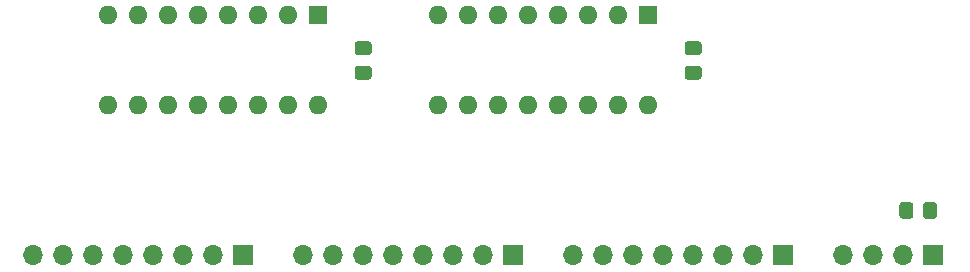
<source format=gbr>
%TF.GenerationSoftware,KiCad,Pcbnew,(5.1.8)-1*%
%TF.CreationDate,2022-10-23T00:45:01+03:00*%
%TF.ProjectId,MUX2x1,4d555832-7831-42e6-9b69-6361645f7063,rev?*%
%TF.SameCoordinates,Original*%
%TF.FileFunction,Soldermask,Bot*%
%TF.FilePolarity,Negative*%
%FSLAX46Y46*%
G04 Gerber Fmt 4.6, Leading zero omitted, Abs format (unit mm)*
G04 Created by KiCad (PCBNEW (5.1.8)-1) date 2022-10-23 00:45:01*
%MOMM*%
%LPD*%
G01*
G04 APERTURE LIST*
%ADD10R,1.700000X1.700000*%
%ADD11O,1.700000X1.700000*%
%ADD12R,1.600000X1.600000*%
%ADD13O,1.600000X1.600000*%
G04 APERTURE END LIST*
%TO.C,C1*%
G36*
G01*
X107155000Y-66395000D02*
X106205000Y-66395000D01*
G75*
G02*
X105955000Y-66145000I0J250000D01*
G01*
X105955000Y-65470000D01*
G75*
G02*
X106205000Y-65220000I250000J0D01*
G01*
X107155000Y-65220000D01*
G75*
G02*
X107405000Y-65470000I0J-250000D01*
G01*
X107405000Y-66145000D01*
G75*
G02*
X107155000Y-66395000I-250000J0D01*
G01*
G37*
G36*
G01*
X107155000Y-64320000D02*
X106205000Y-64320000D01*
G75*
G02*
X105955000Y-64070000I0J250000D01*
G01*
X105955000Y-63395000D01*
G75*
G02*
X106205000Y-63145000I250000J0D01*
G01*
X107155000Y-63145000D01*
G75*
G02*
X107405000Y-63395000I0J-250000D01*
G01*
X107405000Y-64070000D01*
G75*
G02*
X107155000Y-64320000I-250000J0D01*
G01*
G37*
%TD*%
D10*
%TO.C,J1*%
X68580000Y-81280000D03*
D11*
X66040000Y-81280000D03*
X63500000Y-81280000D03*
X60960000Y-81280000D03*
X58420000Y-81280000D03*
X55880000Y-81280000D03*
X53340000Y-81280000D03*
X50800000Y-81280000D03*
%TD*%
%TO.C,J2*%
X73660000Y-81280000D03*
X76200000Y-81280000D03*
X78740000Y-81280000D03*
X81280000Y-81280000D03*
X83820000Y-81280000D03*
X86360000Y-81280000D03*
X88900000Y-81280000D03*
D10*
X91440000Y-81280000D03*
%TD*%
%TO.C,J3*%
X114300000Y-81280000D03*
D11*
X111760000Y-81280000D03*
X109220000Y-81280000D03*
X106680000Y-81280000D03*
X104140000Y-81280000D03*
X101600000Y-81280000D03*
X99060000Y-81280000D03*
X96520000Y-81280000D03*
%TD*%
D10*
%TO.C,J4*%
X127000000Y-81280000D03*
D11*
X124460000Y-81280000D03*
X121920000Y-81280000D03*
X119380000Y-81280000D03*
%TD*%
%TO.C,R1*%
G36*
G01*
X127330000Y-77019999D02*
X127330000Y-77920001D01*
G75*
G02*
X127080001Y-78170000I-249999J0D01*
G01*
X126379999Y-78170000D01*
G75*
G02*
X126130000Y-77920001I0J249999D01*
G01*
X126130000Y-77019999D01*
G75*
G02*
X126379999Y-76770000I249999J0D01*
G01*
X127080001Y-76770000D01*
G75*
G02*
X127330000Y-77019999I0J-249999D01*
G01*
G37*
G36*
G01*
X125330000Y-77019999D02*
X125330000Y-77920001D01*
G75*
G02*
X125080001Y-78170000I-249999J0D01*
G01*
X124379999Y-78170000D01*
G75*
G02*
X124130000Y-77920001I0J249999D01*
G01*
X124130000Y-77019999D01*
G75*
G02*
X124379999Y-76770000I249999J0D01*
G01*
X125080001Y-76770000D01*
G75*
G02*
X125330000Y-77019999I0J-249999D01*
G01*
G37*
%TD*%
D12*
%TO.C,U1*%
X74930000Y-60960000D03*
D13*
X57150000Y-68580000D03*
X72390000Y-60960000D03*
X59690000Y-68580000D03*
X69850000Y-60960000D03*
X62230000Y-68580000D03*
X67310000Y-60960000D03*
X64770000Y-68580000D03*
X64770000Y-60960000D03*
X67310000Y-68580000D03*
X62230000Y-60960000D03*
X69850000Y-68580000D03*
X59690000Y-60960000D03*
X72390000Y-68580000D03*
X57150000Y-60960000D03*
X74930000Y-68580000D03*
%TD*%
%TO.C,U2*%
X102870000Y-68580000D03*
X85090000Y-60960000D03*
X100330000Y-68580000D03*
X87630000Y-60960000D03*
X97790000Y-68580000D03*
X90170000Y-60960000D03*
X95250000Y-68580000D03*
X92710000Y-60960000D03*
X92710000Y-68580000D03*
X95250000Y-60960000D03*
X90170000Y-68580000D03*
X97790000Y-60960000D03*
X87630000Y-68580000D03*
X100330000Y-60960000D03*
X85090000Y-68580000D03*
D12*
X102870000Y-60960000D03*
%TD*%
%TO.C,C2*%
G36*
G01*
X79215000Y-66395000D02*
X78265000Y-66395000D01*
G75*
G02*
X78015000Y-66145000I0J250000D01*
G01*
X78015000Y-65470000D01*
G75*
G02*
X78265000Y-65220000I250000J0D01*
G01*
X79215000Y-65220000D01*
G75*
G02*
X79465000Y-65470000I0J-250000D01*
G01*
X79465000Y-66145000D01*
G75*
G02*
X79215000Y-66395000I-250000J0D01*
G01*
G37*
G36*
G01*
X79215000Y-64320000D02*
X78265000Y-64320000D01*
G75*
G02*
X78015000Y-64070000I0J250000D01*
G01*
X78015000Y-63395000D01*
G75*
G02*
X78265000Y-63145000I250000J0D01*
G01*
X79215000Y-63145000D01*
G75*
G02*
X79465000Y-63395000I0J-250000D01*
G01*
X79465000Y-64070000D01*
G75*
G02*
X79215000Y-64320000I-250000J0D01*
G01*
G37*
%TD*%
M02*

</source>
